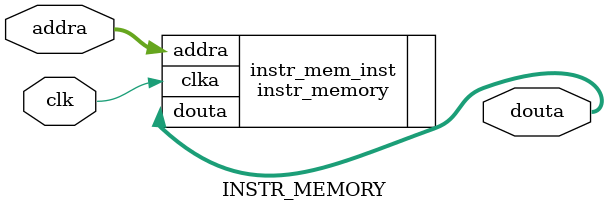
<source format=v>
`timescale 1ns / 1ps


module INSTR_MEMORY(
        input clk,
        input [10:0] addra,
        output [31:0] douta
    );
    
    instr_memory instr_mem_inst(
      .clka(clk),  
      .addra(addra),
      .douta(douta)  
    );
endmodule

</source>
